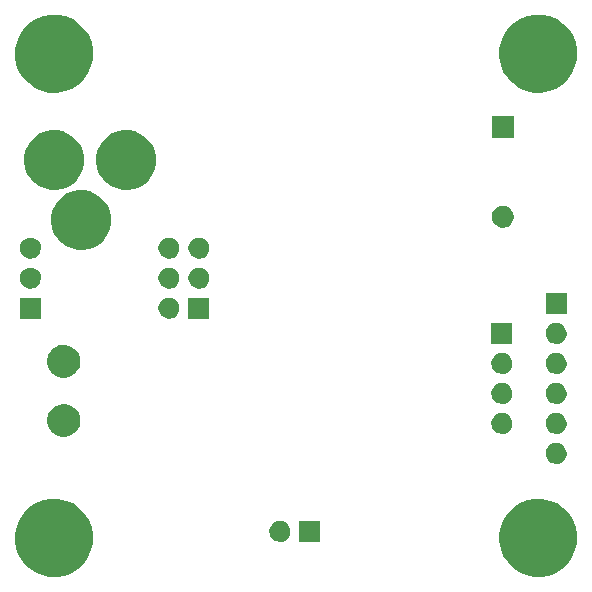
<source format=gbs>
G04 (created by PCBNEW (2013-07-07 BZR 4022)-stable) date 12/26/2014 5:14:51 PM*
%MOIN*%
G04 Gerber Fmt 3.4, Leading zero omitted, Abs format*
%FSLAX34Y34*%
G01*
G70*
G90*
G04 APERTURE LIST*
%ADD10C,0.00590551*%
G04 APERTURE END LIST*
G54D10*
G36*
X1137Y-8022D02*
X1136Y-8097D01*
X1120Y-8167D01*
X1094Y-8227D01*
X1052Y-8286D01*
X1005Y-8331D01*
X944Y-8370D01*
X883Y-8393D01*
X812Y-8406D01*
X747Y-8404D01*
X676Y-8389D01*
X617Y-8363D01*
X557Y-8321D01*
X512Y-8275D01*
X473Y-8214D01*
X449Y-8154D01*
X436Y-8082D01*
X437Y-8017D01*
X452Y-7946D01*
X477Y-7887D01*
X519Y-7827D01*
X565Y-7782D01*
X626Y-7742D01*
X685Y-7718D01*
X757Y-7704D01*
X821Y-7704D01*
X893Y-7719D01*
X952Y-7744D01*
X1013Y-7785D01*
X1058Y-7830D01*
X1099Y-7892D01*
X1123Y-7951D01*
X1137Y-8022D01*
X1137Y-8022D01*
G37*
G36*
X1137Y-9022D02*
X1136Y-9097D01*
X1120Y-9167D01*
X1094Y-9227D01*
X1052Y-9286D01*
X1005Y-9331D01*
X944Y-9370D01*
X883Y-9393D01*
X812Y-9406D01*
X747Y-9404D01*
X676Y-9389D01*
X617Y-9363D01*
X557Y-9321D01*
X512Y-9275D01*
X473Y-9214D01*
X449Y-9154D01*
X436Y-9082D01*
X437Y-9017D01*
X452Y-8946D01*
X477Y-8887D01*
X519Y-8827D01*
X565Y-8782D01*
X626Y-8742D01*
X685Y-8718D01*
X757Y-8704D01*
X821Y-8704D01*
X893Y-8719D01*
X952Y-8744D01*
X1013Y-8785D01*
X1058Y-8830D01*
X1099Y-8892D01*
X1123Y-8951D01*
X1137Y-9022D01*
X1137Y-9022D01*
G37*
G36*
X1137Y-10405D02*
X436Y-10405D01*
X436Y-9704D01*
X1137Y-9704D01*
X1137Y-10405D01*
X1137Y-10405D01*
G37*
G36*
X2450Y-11779D02*
X2448Y-11899D01*
X2424Y-12007D01*
X2381Y-12102D01*
X2317Y-12194D01*
X2241Y-12266D01*
X2147Y-12325D01*
X2050Y-12363D01*
X1940Y-12382D01*
X1836Y-12380D01*
X1727Y-12356D01*
X1632Y-12315D01*
X1540Y-12251D01*
X1467Y-12176D01*
X1407Y-12082D01*
X1369Y-11985D01*
X1348Y-11875D01*
X1350Y-11771D01*
X1373Y-11662D01*
X1414Y-11567D01*
X1477Y-11474D01*
X1551Y-11401D01*
X1645Y-11340D01*
X1741Y-11301D01*
X1852Y-11280D01*
X1955Y-11281D01*
X2065Y-11304D01*
X2160Y-11344D01*
X2254Y-11406D01*
X2326Y-11480D01*
X2389Y-11574D01*
X2428Y-11669D01*
X2450Y-11779D01*
X2450Y-11779D01*
G37*
G36*
X2450Y-13747D02*
X2448Y-13867D01*
X2424Y-13976D01*
X2381Y-14071D01*
X2317Y-14162D01*
X2241Y-14234D01*
X2147Y-14294D01*
X2050Y-14331D01*
X1940Y-14351D01*
X1836Y-14349D01*
X1727Y-14325D01*
X1632Y-14283D01*
X1540Y-14219D01*
X1467Y-14144D01*
X1407Y-14050D01*
X1369Y-13954D01*
X1348Y-13844D01*
X1350Y-13740D01*
X1373Y-13630D01*
X1414Y-13535D01*
X1477Y-13442D01*
X1551Y-13370D01*
X1645Y-13308D01*
X1741Y-13270D01*
X1852Y-13249D01*
X1955Y-13249D01*
X2065Y-13272D01*
X2160Y-13312D01*
X2254Y-13375D01*
X2326Y-13448D01*
X2389Y-13542D01*
X2428Y-13637D01*
X2450Y-13747D01*
X2450Y-13747D01*
G37*
G36*
X2570Y-5022D02*
X2567Y-5241D01*
X2523Y-5435D01*
X2445Y-5610D01*
X2330Y-5772D01*
X2191Y-5904D01*
X2023Y-6011D01*
X1845Y-6080D01*
X1649Y-6115D01*
X1458Y-6111D01*
X1263Y-6068D01*
X1088Y-5992D01*
X925Y-5878D01*
X792Y-5740D01*
X684Y-5573D01*
X614Y-5395D01*
X578Y-5199D01*
X580Y-5008D01*
X622Y-4813D01*
X697Y-4638D01*
X810Y-4473D01*
X946Y-4340D01*
X1113Y-4230D01*
X1290Y-4159D01*
X1486Y-4121D01*
X1677Y-4123D01*
X1872Y-4163D01*
X2048Y-4237D01*
X2214Y-4349D01*
X2348Y-4484D01*
X2458Y-4650D01*
X2531Y-4826D01*
X2570Y-5022D01*
X2570Y-5022D01*
G37*
G36*
X2875Y-1449D02*
X2871Y-1736D01*
X2813Y-1988D01*
X2711Y-2218D01*
X2562Y-2429D01*
X2380Y-2603D01*
X2162Y-2741D01*
X1927Y-2832D01*
X1673Y-2877D01*
X1422Y-2872D01*
X1169Y-2816D01*
X939Y-2716D01*
X726Y-2568D01*
X552Y-2387D01*
X411Y-2170D01*
X319Y-1936D01*
X272Y-1682D01*
X276Y-1431D01*
X330Y-1177D01*
X428Y-947D01*
X575Y-733D01*
X754Y-557D01*
X971Y-415D01*
X1203Y-322D01*
X1458Y-273D01*
X1709Y-275D01*
X1963Y-327D01*
X2194Y-424D01*
X2409Y-569D01*
X2585Y-747D01*
X2729Y-963D01*
X2824Y-1194D01*
X2875Y-1449D01*
X2875Y-1449D01*
G37*
G36*
X2875Y-17590D02*
X2871Y-17878D01*
X2813Y-18130D01*
X2711Y-18360D01*
X2562Y-18571D01*
X2380Y-18744D01*
X2162Y-18883D01*
X1927Y-18974D01*
X1673Y-19019D01*
X1422Y-19014D01*
X1169Y-18958D01*
X939Y-18857D01*
X726Y-18710D01*
X552Y-18529D01*
X411Y-18311D01*
X319Y-18078D01*
X272Y-17823D01*
X276Y-17573D01*
X330Y-17319D01*
X428Y-17089D01*
X575Y-16875D01*
X754Y-16699D01*
X971Y-16557D01*
X1203Y-16463D01*
X1458Y-16415D01*
X1709Y-16416D01*
X1963Y-16469D01*
X2194Y-16566D01*
X2409Y-16711D01*
X2585Y-16888D01*
X2729Y-17105D01*
X2824Y-17336D01*
X2875Y-17590D01*
X2875Y-17590D01*
G37*
G36*
X3470Y-7022D02*
X3467Y-7241D01*
X3423Y-7435D01*
X3345Y-7610D01*
X3230Y-7772D01*
X3091Y-7904D01*
X2923Y-8011D01*
X2745Y-8080D01*
X2549Y-8115D01*
X2358Y-8111D01*
X2163Y-8068D01*
X1988Y-7992D01*
X1825Y-7878D01*
X1692Y-7740D01*
X1584Y-7573D01*
X1514Y-7395D01*
X1478Y-7199D01*
X1480Y-7008D01*
X1522Y-6813D01*
X1597Y-6638D01*
X1710Y-6473D01*
X1846Y-6340D01*
X2013Y-6230D01*
X2190Y-6159D01*
X2386Y-6121D01*
X2577Y-6123D01*
X2772Y-6163D01*
X2948Y-6237D01*
X3114Y-6349D01*
X3248Y-6484D01*
X3358Y-6650D01*
X3431Y-6826D01*
X3470Y-7022D01*
X3470Y-7022D01*
G37*
G36*
X4970Y-5022D02*
X4967Y-5241D01*
X4923Y-5435D01*
X4845Y-5610D01*
X4730Y-5772D01*
X4591Y-5904D01*
X4423Y-6011D01*
X4245Y-6080D01*
X4049Y-6115D01*
X3858Y-6111D01*
X3663Y-6068D01*
X3488Y-5992D01*
X3325Y-5878D01*
X3192Y-5740D01*
X3084Y-5573D01*
X3014Y-5395D01*
X2978Y-5199D01*
X2980Y-5008D01*
X3022Y-4813D01*
X3097Y-4638D01*
X3210Y-4473D01*
X3346Y-4340D01*
X3513Y-4230D01*
X3690Y-4159D01*
X3886Y-4121D01*
X4077Y-4123D01*
X4272Y-4163D01*
X4448Y-4237D01*
X4614Y-4349D01*
X4748Y-4484D01*
X4858Y-4650D01*
X4931Y-4826D01*
X4970Y-5022D01*
X4970Y-5022D01*
G37*
G36*
X5755Y-8022D02*
X5754Y-8097D01*
X5738Y-8167D01*
X5712Y-8227D01*
X5670Y-8286D01*
X5623Y-8331D01*
X5562Y-8370D01*
X5501Y-8393D01*
X5430Y-8406D01*
X5365Y-8404D01*
X5294Y-8389D01*
X5235Y-8363D01*
X5175Y-8321D01*
X5130Y-8275D01*
X5091Y-8214D01*
X5067Y-8154D01*
X5054Y-8082D01*
X5055Y-8017D01*
X5070Y-7946D01*
X5096Y-7887D01*
X5137Y-7827D01*
X5183Y-7782D01*
X5244Y-7742D01*
X5303Y-7718D01*
X5375Y-7704D01*
X5440Y-7704D01*
X5511Y-7719D01*
X5570Y-7744D01*
X5631Y-7785D01*
X5676Y-7830D01*
X5717Y-7892D01*
X5741Y-7951D01*
X5755Y-8022D01*
X5755Y-8022D01*
G37*
G36*
X5755Y-9022D02*
X5754Y-9097D01*
X5738Y-9167D01*
X5712Y-9227D01*
X5670Y-9286D01*
X5623Y-9331D01*
X5562Y-9370D01*
X5501Y-9393D01*
X5430Y-9406D01*
X5365Y-9404D01*
X5294Y-9389D01*
X5235Y-9363D01*
X5175Y-9321D01*
X5130Y-9275D01*
X5091Y-9214D01*
X5067Y-9154D01*
X5054Y-9082D01*
X5055Y-9017D01*
X5070Y-8946D01*
X5096Y-8887D01*
X5137Y-8827D01*
X5183Y-8782D01*
X5244Y-8742D01*
X5303Y-8718D01*
X5375Y-8704D01*
X5440Y-8704D01*
X5511Y-8719D01*
X5570Y-8744D01*
X5631Y-8785D01*
X5676Y-8830D01*
X5717Y-8892D01*
X5741Y-8951D01*
X5755Y-9022D01*
X5755Y-9022D01*
G37*
G36*
X5755Y-10022D02*
X5754Y-10097D01*
X5738Y-10167D01*
X5712Y-10227D01*
X5670Y-10286D01*
X5623Y-10331D01*
X5562Y-10370D01*
X5501Y-10393D01*
X5430Y-10406D01*
X5365Y-10404D01*
X5294Y-10389D01*
X5235Y-10363D01*
X5175Y-10321D01*
X5130Y-10275D01*
X5091Y-10214D01*
X5067Y-10154D01*
X5054Y-10082D01*
X5055Y-10017D01*
X5070Y-9946D01*
X5096Y-9887D01*
X5137Y-9827D01*
X5183Y-9782D01*
X5244Y-9742D01*
X5303Y-9718D01*
X5375Y-9704D01*
X5440Y-9704D01*
X5511Y-9719D01*
X5570Y-9744D01*
X5631Y-9785D01*
X5676Y-9830D01*
X5717Y-9892D01*
X5741Y-9951D01*
X5755Y-10022D01*
X5755Y-10022D01*
G37*
G36*
X6755Y-8022D02*
X6754Y-8097D01*
X6738Y-8167D01*
X6712Y-8227D01*
X6670Y-8286D01*
X6623Y-8331D01*
X6562Y-8370D01*
X6501Y-8393D01*
X6430Y-8406D01*
X6365Y-8404D01*
X6294Y-8389D01*
X6235Y-8363D01*
X6175Y-8321D01*
X6130Y-8275D01*
X6091Y-8214D01*
X6067Y-8154D01*
X6054Y-8082D01*
X6055Y-8017D01*
X6070Y-7946D01*
X6096Y-7887D01*
X6137Y-7827D01*
X6183Y-7782D01*
X6244Y-7742D01*
X6303Y-7718D01*
X6375Y-7704D01*
X6440Y-7704D01*
X6511Y-7719D01*
X6570Y-7744D01*
X6631Y-7785D01*
X6676Y-7830D01*
X6717Y-7892D01*
X6741Y-7951D01*
X6755Y-8022D01*
X6755Y-8022D01*
G37*
G36*
X6755Y-9022D02*
X6754Y-9097D01*
X6738Y-9167D01*
X6712Y-9227D01*
X6670Y-9286D01*
X6623Y-9331D01*
X6562Y-9370D01*
X6501Y-9393D01*
X6430Y-9406D01*
X6365Y-9404D01*
X6294Y-9389D01*
X6235Y-9363D01*
X6175Y-9321D01*
X6130Y-9275D01*
X6091Y-9214D01*
X6067Y-9154D01*
X6054Y-9082D01*
X6055Y-9017D01*
X6070Y-8946D01*
X6096Y-8887D01*
X6137Y-8827D01*
X6183Y-8782D01*
X6244Y-8742D01*
X6303Y-8718D01*
X6375Y-8704D01*
X6440Y-8704D01*
X6511Y-8719D01*
X6570Y-8744D01*
X6631Y-8785D01*
X6676Y-8830D01*
X6717Y-8892D01*
X6741Y-8951D01*
X6755Y-9022D01*
X6755Y-9022D01*
G37*
G36*
X6755Y-10405D02*
X6055Y-10405D01*
X6055Y-9704D01*
X6755Y-9704D01*
X6755Y-10405D01*
X6755Y-10405D01*
G37*
G36*
X9450Y-17467D02*
X9449Y-17542D01*
X9433Y-17612D01*
X9406Y-17672D01*
X9365Y-17731D01*
X9318Y-17776D01*
X9256Y-17814D01*
X9196Y-17838D01*
X9125Y-17851D01*
X9060Y-17849D01*
X8989Y-17834D01*
X8930Y-17808D01*
X8870Y-17766D01*
X8825Y-17720D01*
X8786Y-17659D01*
X8762Y-17598D01*
X8749Y-17527D01*
X8750Y-17462D01*
X8765Y-17391D01*
X8790Y-17332D01*
X8831Y-17272D01*
X8877Y-17227D01*
X8938Y-17187D01*
X8998Y-17163D01*
X9070Y-17149D01*
X9134Y-17149D01*
X9206Y-17164D01*
X9265Y-17189D01*
X9326Y-17230D01*
X9371Y-17275D01*
X9411Y-17336D01*
X9436Y-17395D01*
X9450Y-17467D01*
X9450Y-17467D01*
G37*
G36*
X10450Y-17850D02*
X9749Y-17850D01*
X9749Y-17149D01*
X10450Y-17149D01*
X10450Y-17850D01*
X10450Y-17850D01*
G37*
G36*
X16850Y-11867D02*
X16849Y-11942D01*
X16833Y-12012D01*
X16806Y-12072D01*
X16765Y-12131D01*
X16718Y-12176D01*
X16656Y-12214D01*
X16596Y-12238D01*
X16525Y-12251D01*
X16460Y-12249D01*
X16389Y-12234D01*
X16330Y-12208D01*
X16270Y-12166D01*
X16225Y-12120D01*
X16186Y-12059D01*
X16162Y-11998D01*
X16149Y-11927D01*
X16150Y-11862D01*
X16165Y-11791D01*
X16190Y-11732D01*
X16231Y-11672D01*
X16277Y-11627D01*
X16338Y-11587D01*
X16398Y-11563D01*
X16470Y-11549D01*
X16534Y-11549D01*
X16606Y-11564D01*
X16665Y-11589D01*
X16726Y-11630D01*
X16771Y-11675D01*
X16811Y-11736D01*
X16836Y-11795D01*
X16850Y-11867D01*
X16850Y-11867D01*
G37*
G36*
X16850Y-12867D02*
X16849Y-12942D01*
X16833Y-13012D01*
X16806Y-13072D01*
X16765Y-13131D01*
X16718Y-13176D01*
X16656Y-13214D01*
X16596Y-13238D01*
X16525Y-13251D01*
X16460Y-13249D01*
X16389Y-13234D01*
X16330Y-13208D01*
X16270Y-13166D01*
X16225Y-13120D01*
X16186Y-13059D01*
X16162Y-12998D01*
X16149Y-12927D01*
X16150Y-12862D01*
X16165Y-12791D01*
X16190Y-12732D01*
X16231Y-12672D01*
X16277Y-12627D01*
X16338Y-12587D01*
X16398Y-12563D01*
X16470Y-12549D01*
X16534Y-12549D01*
X16606Y-12564D01*
X16665Y-12589D01*
X16726Y-12630D01*
X16771Y-12675D01*
X16811Y-12736D01*
X16836Y-12795D01*
X16850Y-12867D01*
X16850Y-12867D01*
G37*
G36*
X16850Y-13867D02*
X16849Y-13942D01*
X16833Y-14012D01*
X16806Y-14072D01*
X16765Y-14131D01*
X16718Y-14176D01*
X16656Y-14214D01*
X16596Y-14238D01*
X16525Y-14251D01*
X16460Y-14249D01*
X16389Y-14234D01*
X16330Y-14208D01*
X16270Y-14166D01*
X16225Y-14120D01*
X16186Y-14059D01*
X16162Y-13998D01*
X16149Y-13927D01*
X16150Y-13862D01*
X16165Y-13791D01*
X16190Y-13732D01*
X16231Y-13672D01*
X16277Y-13627D01*
X16338Y-13587D01*
X16398Y-13563D01*
X16470Y-13549D01*
X16534Y-13549D01*
X16606Y-13564D01*
X16665Y-13589D01*
X16726Y-13630D01*
X16771Y-13675D01*
X16811Y-13736D01*
X16836Y-13795D01*
X16850Y-13867D01*
X16850Y-13867D01*
G37*
G36*
X16850Y-11250D02*
X16149Y-11250D01*
X16149Y-10549D01*
X16850Y-10549D01*
X16850Y-11250D01*
X16850Y-11250D01*
G37*
G36*
X16900Y-6973D02*
X16899Y-7052D01*
X16883Y-7125D01*
X16855Y-7187D01*
X16811Y-7249D01*
X16762Y-7295D01*
X16699Y-7336D01*
X16635Y-7360D01*
X16561Y-7373D01*
X16493Y-7372D01*
X16420Y-7356D01*
X16358Y-7329D01*
X16296Y-7285D01*
X16249Y-7237D01*
X16208Y-7173D01*
X16183Y-7111D01*
X16169Y-7036D01*
X16170Y-6969D01*
X16186Y-6894D01*
X16212Y-6832D01*
X16255Y-6770D01*
X16303Y-6723D01*
X16367Y-6681D01*
X16429Y-6656D01*
X16504Y-6642D01*
X16571Y-6642D01*
X16646Y-6658D01*
X16707Y-6683D01*
X16771Y-6726D01*
X16818Y-6774D01*
X16860Y-6837D01*
X16886Y-6899D01*
X16900Y-6973D01*
X16900Y-6973D01*
G37*
G36*
X16900Y-4381D02*
X16169Y-4381D01*
X16169Y-3650D01*
X16900Y-3650D01*
X16900Y-4381D01*
X16900Y-4381D01*
G37*
G36*
X18657Y-10869D02*
X18656Y-10943D01*
X18640Y-11014D01*
X18613Y-11073D01*
X18572Y-11132D01*
X18525Y-11177D01*
X18464Y-11216D01*
X18403Y-11239D01*
X18332Y-11252D01*
X18267Y-11251D01*
X18196Y-11235D01*
X18137Y-11209D01*
X18077Y-11168D01*
X18032Y-11121D01*
X17993Y-11060D01*
X17969Y-11000D01*
X17956Y-10928D01*
X17957Y-10864D01*
X17972Y-10793D01*
X17997Y-10733D01*
X18038Y-10673D01*
X18084Y-10628D01*
X18146Y-10588D01*
X18205Y-10564D01*
X18277Y-10550D01*
X18341Y-10551D01*
X18413Y-10566D01*
X18472Y-10590D01*
X18533Y-10631D01*
X18578Y-10677D01*
X18618Y-10738D01*
X18643Y-10797D01*
X18657Y-10869D01*
X18657Y-10869D01*
G37*
G36*
X18657Y-11869D02*
X18656Y-11943D01*
X18640Y-12014D01*
X18613Y-12073D01*
X18572Y-12132D01*
X18525Y-12177D01*
X18464Y-12216D01*
X18403Y-12239D01*
X18332Y-12252D01*
X18267Y-12251D01*
X18196Y-12235D01*
X18137Y-12209D01*
X18077Y-12168D01*
X18032Y-12121D01*
X17993Y-12060D01*
X17969Y-12000D01*
X17956Y-11928D01*
X17957Y-11864D01*
X17972Y-11793D01*
X17997Y-11733D01*
X18038Y-11673D01*
X18084Y-11628D01*
X18146Y-11588D01*
X18205Y-11564D01*
X18277Y-11550D01*
X18341Y-11551D01*
X18413Y-11566D01*
X18472Y-11590D01*
X18533Y-11631D01*
X18578Y-11677D01*
X18618Y-11738D01*
X18643Y-11797D01*
X18657Y-11869D01*
X18657Y-11869D01*
G37*
G36*
X18657Y-12869D02*
X18656Y-12943D01*
X18640Y-13014D01*
X18613Y-13073D01*
X18572Y-13132D01*
X18525Y-13177D01*
X18464Y-13216D01*
X18403Y-13239D01*
X18332Y-13252D01*
X18267Y-13251D01*
X18196Y-13235D01*
X18137Y-13209D01*
X18077Y-13168D01*
X18032Y-13121D01*
X17993Y-13060D01*
X17969Y-13000D01*
X17956Y-12928D01*
X17957Y-12864D01*
X17972Y-12793D01*
X17997Y-12733D01*
X18038Y-12673D01*
X18084Y-12628D01*
X18146Y-12588D01*
X18205Y-12564D01*
X18277Y-12550D01*
X18341Y-12551D01*
X18413Y-12566D01*
X18472Y-12590D01*
X18533Y-12631D01*
X18578Y-12677D01*
X18618Y-12738D01*
X18643Y-12797D01*
X18657Y-12869D01*
X18657Y-12869D01*
G37*
G36*
X18657Y-13869D02*
X18656Y-13943D01*
X18640Y-14014D01*
X18613Y-14073D01*
X18572Y-14132D01*
X18525Y-14177D01*
X18464Y-14216D01*
X18403Y-14239D01*
X18332Y-14252D01*
X18267Y-14251D01*
X18196Y-14235D01*
X18137Y-14209D01*
X18077Y-14168D01*
X18032Y-14121D01*
X17993Y-14060D01*
X17969Y-14000D01*
X17956Y-13928D01*
X17957Y-13864D01*
X17972Y-13793D01*
X17997Y-13733D01*
X18038Y-13673D01*
X18084Y-13628D01*
X18146Y-13588D01*
X18205Y-13564D01*
X18277Y-13550D01*
X18341Y-13551D01*
X18413Y-13566D01*
X18472Y-13590D01*
X18533Y-13631D01*
X18578Y-13677D01*
X18618Y-13738D01*
X18643Y-13797D01*
X18657Y-13869D01*
X18657Y-13869D01*
G37*
G36*
X18657Y-14869D02*
X18656Y-14943D01*
X18640Y-15014D01*
X18613Y-15073D01*
X18572Y-15132D01*
X18525Y-15177D01*
X18464Y-15216D01*
X18403Y-15239D01*
X18332Y-15252D01*
X18267Y-15251D01*
X18196Y-15235D01*
X18137Y-15209D01*
X18077Y-15168D01*
X18032Y-15121D01*
X17993Y-15060D01*
X17969Y-15000D01*
X17956Y-14928D01*
X17957Y-14864D01*
X17972Y-14793D01*
X17997Y-14733D01*
X18038Y-14673D01*
X18084Y-14628D01*
X18146Y-14588D01*
X18205Y-14564D01*
X18277Y-14550D01*
X18341Y-14551D01*
X18413Y-14566D01*
X18472Y-14590D01*
X18533Y-14631D01*
X18578Y-14677D01*
X18618Y-14738D01*
X18643Y-14797D01*
X18657Y-14869D01*
X18657Y-14869D01*
G37*
G36*
X18657Y-10252D02*
X17956Y-10252D01*
X17956Y-9551D01*
X18657Y-9551D01*
X18657Y-10252D01*
X18657Y-10252D01*
G37*
G36*
X19016Y-1449D02*
X19012Y-1736D01*
X18955Y-1988D01*
X18853Y-2218D01*
X18704Y-2429D01*
X18522Y-2603D01*
X18303Y-2741D01*
X18069Y-2832D01*
X17814Y-2877D01*
X17563Y-2872D01*
X17310Y-2816D01*
X17080Y-2716D01*
X16868Y-2568D01*
X16693Y-2387D01*
X16553Y-2170D01*
X16461Y-1936D01*
X16414Y-1682D01*
X16417Y-1431D01*
X16471Y-1177D01*
X16570Y-947D01*
X16717Y-733D01*
X16896Y-557D01*
X17113Y-415D01*
X17345Y-322D01*
X17600Y-273D01*
X17850Y-275D01*
X18105Y-327D01*
X18335Y-424D01*
X18551Y-569D01*
X18727Y-747D01*
X18871Y-963D01*
X18966Y-1194D01*
X19016Y-1449D01*
X19016Y-1449D01*
G37*
G36*
X19016Y-17590D02*
X19012Y-17878D01*
X18955Y-18130D01*
X18853Y-18360D01*
X18704Y-18571D01*
X18522Y-18744D01*
X18303Y-18883D01*
X18069Y-18974D01*
X17814Y-19019D01*
X17563Y-19014D01*
X17310Y-18958D01*
X17080Y-18857D01*
X16868Y-18710D01*
X16693Y-18529D01*
X16553Y-18311D01*
X16461Y-18078D01*
X16414Y-17823D01*
X16417Y-17573D01*
X16471Y-17319D01*
X16570Y-17089D01*
X16717Y-16875D01*
X16896Y-16699D01*
X17113Y-16557D01*
X17345Y-16463D01*
X17600Y-16415D01*
X17850Y-16416D01*
X18105Y-16469D01*
X18335Y-16566D01*
X18551Y-16711D01*
X18727Y-16888D01*
X18871Y-17105D01*
X18966Y-17336D01*
X19016Y-17590D01*
X19016Y-17590D01*
G37*
M02*

</source>
